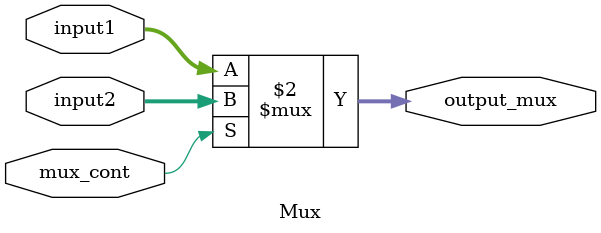
<source format=sv>
module Mux(
  input [7:0] input1,
  input [7:0] input2,
  input logic mux_cont,
  output [7:0] output_mux
);

  assign output_mux = (mux_cont == 1'b0) ? input1 : input2;

endmodule

</source>
